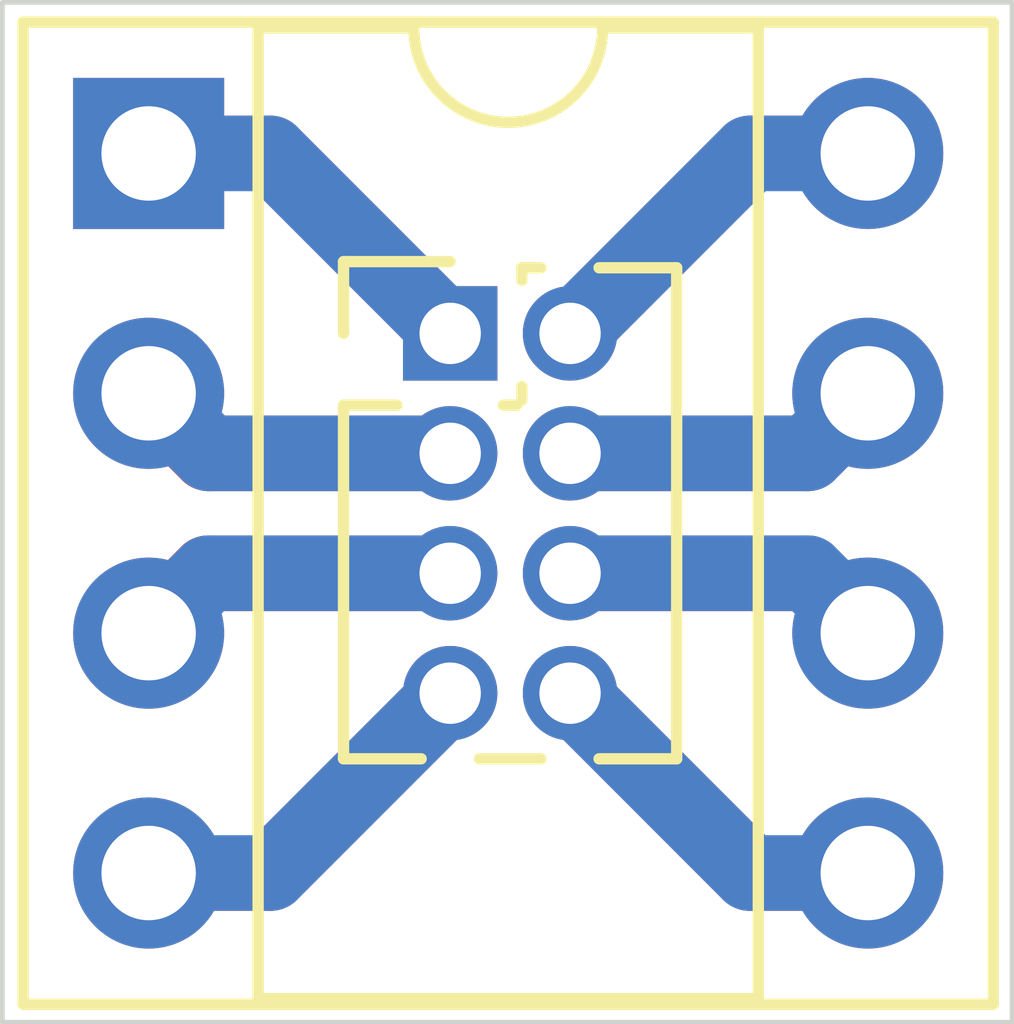
<source format=kicad_pcb>
(kicad_pcb (version 20211014) (generator pcbnew)
  (title_block (title "Adapter_Board") (date "2021-06-29") (rev "v1"))
  (layers (0 "F.Cu" signal) (31 "B.Cu" signal) (34 "B.Paste" user) (35 "F.Paste" user) (36 "B.SilkS" user "B.Silkscreen") (37 "F.SilkS" user "F.Silkscreen") (38 "B.Mask" user) (39 "F.Mask" user) (44 "Edge.Cuts" user))
  (net 0 "")
  (net 1 "Net-(J1-Pad1)")
  (net 2 "Net-(J1-Pad2)")
  (net 3 "Net-(J1-Pad3)")
  (net 4 "Net-(J1-Pad4)")
  (net 5 "Net-(J1-Pad5)")
  (net 6 "Net-(J1-Pad6)")
  (net 7 "Net-(J1-Pad7)")
  (net 8 "Net-(J1-Pad8)")
  (footprint "Custom_Package_Library:DIP-8_W7.62mm_Socket" (layer "F.Cu") (at 190.614501 145.876681)
    (fp_text reference "J2" hide)
    (fp_text value "SOIC-8" hide)
    (fp_line (start 8.95 9.01) (end 8.95 -1.39) (layer "F.SilkS") (width 0.12))
    (fp_line (start 8.95 -1.39) (end -1.33 -1.39) (layer "F.SilkS") (width 0.12))
    (fp_line (start -1.33 -1.39) (end -1.33 9.01) (layer "F.SilkS") (width 0.12))
    (fp_line (start -1.33 9.01) (end 8.95 9.01) (layer "F.SilkS") (width 0.12))
    (fp_line (start 1.16 -1.33) (end 1.16 8.95) (layer "F.SilkS") (width 0.12))
    (fp_line (start 1.16 8.95) (end 6.46 8.95) (layer "F.SilkS") (width 0.12))
    (fp_line (start 2.81 -1.33) (end 1.16 -1.33) (layer "F.SilkS") (width 0.12))
    (fp_line (start 6.46 8.95) (end 6.46 -1.33) (layer "F.SilkS") (width 0.12))
    (fp_line (start 6.46 -1.33) (end 4.81 -1.33) (layer "F.SilkS") (width 0.12))
    (fp_arc (start 4.81 -1.33) (mid 3.81 -0.33) (end 2.81 -1.33) (layer "F.SilkS") (width 0.12))
    (pad "1" thru_hole rect locked (at 0 0) (size 1.6 1.6) (drill 1) (layers *.Cu *.Mask) (net 1 "Net-(J1-Pad1)"))
    (pad "2" thru_hole oval locked (at 0 2.54) (size 1.6 1.6) (drill 1) (layers *.Cu *.Mask) (net 2 "Net-(J1-Pad2)"))
    (pad "3" thru_hole oval locked (at 0 5.08) (size 1.6 1.6) (drill 1) (layers *.Cu *.Mask) (net 3 "Net-(J1-Pad3)"))
    (pad "4" thru_hole oval locked (at 0 7.62) (size 1.6 1.6) (drill 1) (layers *.Cu *.Mask) (net 4 "Net-(J1-Pad4)"))
    (pad "5" thru_hole oval locked (at 7.62 7.62) (size 1.6 1.6) (drill 1) (layers *.Cu *.Mask) (net 5 "Net-(J1-Pad5)"))
    (pad "6" thru_hole oval locked (at 7.62 5.08) (size 1.6 1.6) (drill 1) (layers *.Cu *.Mask) (net 6 "Net-(J1-Pad6)"))
    (pad "7" thru_hole oval locked (at 7.62 2.54) (size 1.6 1.6) (drill 1) (layers *.Cu *.Mask) (net 7 "Net-(J1-Pad7)"))
    (pad "8" thru_hole oval locked (at 7.62 0) (size 1.6 1.6) (drill 1) (layers *.Cu *.Mask) (net 8 "Net-(J1-Pad8)"))
  )
  (footprint "Custom_Package_Library:PinHeader_2x04_P1.27mm_Vertical" (layer "F.Cu") (at 193.80962 147.78228)
    (fp_text reference "J1" hide)
    (fp_text value "Conn_02x04_Counter_Clockwise" hide)
    (fp_line (start -1.13 0.76) (end -0.563471 0.76) (layer "F.SilkS") (width 0.12))
    (fp_line (start 0.76 -0.563471) (end 0.76 -0.695) (layer "F.SilkS") (width 0.12))
    (fp_line (start 0.76 -0.695) (end 0.96247 -0.695) (layer "F.SilkS") (width 0.12))
    (fp_line (start -1.13 0.76) (end -1.13 4.505) (layer "F.SilkS") (width 0.12))
    (fp_line (start 0.30753 4.505) (end 0.96247 4.505) (layer "F.SilkS") (width 0.12))
    (fp_line (start -1.13 -0.76) (end 0 -0.76) (layer "F.SilkS") (width 0.12))
    (fp_line (start -1.13 0) (end -1.13 -0.76) (layer "F.SilkS") (width 0.12))
    (fp_line (start 0.76 0.706529) (end 0.76 0.563471) (layer "F.SilkS") (width 0.12))
    (fp_line (start 2.4 -0.695) (end 2.4 4.505) (layer "F.SilkS") (width 0.12))
    (fp_line (start 1.57753 4.505) (end 2.4 4.505) (layer "F.SilkS") (width 0.12))
    (fp_line (start 0.563471 0.76) (end 0.706529 0.76) (layer "F.SilkS") (width 0.12))
    (fp_line (start -1.13 4.505) (end -0.30753 4.505) (layer "F.SilkS") (width 0.12))
    (fp_line (start 1.57753 -0.695) (end 2.4 -0.695) (layer "F.SilkS") (width 0.12))
    (pad "1" thru_hole rect locked (at 0 0) (size 1 1) (drill 0.65) (layers *.Cu *.Mask) (net 1 "Net-(J1-Pad1)"))
    (pad "2" thru_hole oval locked (at 0 1.27) (size 1 1) (drill 0.65) (layers *.Cu *.Mask) (net 2 "Net-(J1-Pad2)"))
    (pad "3" thru_hole oval locked (at 0 2.54) (size 1 1) (drill 0.65) (layers *.Cu *.Mask) (net 3 "Net-(J1-Pad3)"))
    (pad "4" thru_hole oval locked (at 0 3.81) (size 1 1) (drill 0.65) (layers *.Cu *.Mask) (net 4 "Net-(J1-Pad4)"))
    (pad "5" thru_hole oval locked (at 1.27 3.81) (size 1 1) (drill 0.65) (layers *.Cu *.Mask) (net 5 "Net-(J1-Pad5)"))
    (pad "6" thru_hole oval locked (at 1.27 2.54) (size 1 1) (drill 0.65) (layers *.Cu *.Mask) (net 6 "Net-(J1-Pad6)"))
    (pad "7" thru_hole oval locked (at 1.27 1.27) (size 1 1) (drill 0.65) (layers *.Cu *.Mask) (net 7 "Net-(J1-Pad7)"))
    (pad "8" thru_hole oval locked (at 1.27 0) (size 1 1) (drill 0.65) (layers *.Cu *.Mask) (net 8 "Net-(J1-Pad8)"))
  )
  (gr_line (start 189.0649 155.07716) (end 189.0649 144.27708) (layer "Edge.Cuts") (width 0.05))
  (gr_line (start 199.76338 144.27708) (end 199.76338 155.07716) (layer "Edge.Cuts") (width 0.05))
  (gr_line (start 199.76338 155.07716) (end 189.0649 155.07716) (layer "Edge.Cuts") (width 0.05))
  (gr_line (start 189.0649 144.27708) (end 199.76338 144.27708) (layer "Edge.Cuts") (width 0.05))
  (segment (start 191.904021 145.876681) (end 193.80962 147.78228) (width 0.8) (layer "F.Cu") (net 1))
  (segment (start 190.614501 145.876681) (end 191.904021 145.876681) (width 0.8) (layer "F.Cu") (net 1))
  (segment (start 190.614501 145.876681) (end 191.904021 145.876681) (width 0.8) (layer "B.Cu") (net 1))
  (segment (start 191.904021 145.876681) (end 193.80962 147.78228) (width 0.8) (layer "B.Cu") (net 1))
  (segment (start 191.2501 149.05228) (end 193.80962 149.05228) (width 0.8) (layer "F.Cu") (net 2))
  (segment (start 190.614501 148.416681) (end 191.2501 149.05228) (width 0.8) (layer "F.Cu") (net 2))
  (segment (start 190.621321 148.416681) (end 191.25692 149.05228) (width 0.8) (layer "B.Cu") (net 2))
  (segment (start 191.25692 149.05228) (end 193.80962 149.05228) (width 0.8) (layer "B.Cu") (net 2))
  (segment (start 190.614501 148.416681) (end 190.621321 148.416681) (width 0.4) (layer "B.Cu") (net 2))
  (segment (start 190.614501 150.951999) (end 191.24422 150.32228) (width 0.8) (layer "F.Cu") (net 3))
  (segment (start 191.24422 150.32228) (end 193.80962 150.32228) (width 0.8) (layer "F.Cu") (net 3))
  (segment (start 190.614501 150.956681) (end 190.614501 150.934219) (width 0.25) (layer "F.Cu") (net 3))
  (segment (start 190.614501 150.956681) (end 190.614501 150.951999) (width 0.4) (layer "F.Cu") (net 3))
  (segment (start 190.614501 150.956681) (end 191.248902 150.32228) (width 0.8) (layer "B.Cu") (net 3))
  (segment (start 191.248902 150.32228) (end 193.80962 150.32228) (width 0.8) (layer "B.Cu") (net 3))
  (segment (start 191.905219 153.496681) (end 193.80962 151.59228) (width 0.8) (layer "F.Cu") (net 4))
  (segment (start 190.614501 153.496681) (end 191.905219 153.496681) (width 0.8) (layer "F.Cu") (net 4))
  (segment (start 190.614501 153.496681) (end 191.905219 153.496681) (width 0.8) (layer "B.Cu") (net 4))
  (segment (start 191.905219 153.496681) (end 193.80962 151.59228) (width 0.8) (layer "B.Cu") (net 4))
  (segment (start 196.984021 153.496681) (end 195.07962 151.59228) (width 0.8) (layer "F.Cu") (net 5))
  (segment (start 198.234501 153.496681) (end 196.984021 153.496681) (width 0.8) (layer "F.Cu") (net 5))
  (segment (start 196.984021 153.496681) (end 195.07962 151.59228) (width 0.8) (layer "B.Cu") (net 5))
  (segment (start 198.234501 153.496681) (end 196.984021 153.496681) (width 0.8) (layer "B.Cu") (net 5))
  (segment (start 198.233701 150.956681) (end 197.5993 150.32228) (width 0.8) (layer "F.Cu") (net 6))
  (segment (start 197.5993 150.32228) (end 195.07962 150.32228) (width 0.8) (layer "F.Cu") (net 6))
  (segment (start 198.234501 150.956681) (end 198.233701 150.956681) (width 0.4) (layer "F.Cu") (net 6))
  (segment (start 198.234501 150.956681) (end 198.234501 150.921921) (width 0.25) (layer "F.Cu") (net 6))
  (segment (start 197.6001 150.32228) (end 195.07962 150.32228) (width 0.8) (layer "B.Cu") (net 6))
  (segment (start 198.234501 150.956681) (end 197.6001 150.32228) (width 0.8) (layer "B.Cu") (net 6))
  (segment (start 198.234501 148.417079) (end 197.5993 149.05228) (width 0.8) (layer "F.Cu") (net 7))
  (segment (start 197.5993 149.05228) (end 195.07962 149.05228) (width 0.8) (layer "F.Cu") (net 7))
  (segment (start 198.234501 148.416681) (end 198.234501 148.437399) (width 0.25) (layer "F.Cu") (net 7))
  (segment (start 198.234501 148.416681) (end 198.234501 148.417079) (width 0.4) (layer "F.Cu") (net 7))
  (segment (start 198.234501 148.416681) (end 197.598902 149.05228) (width 0.8) (layer "B.Cu") (net 7))
  (segment (start 197.598902 149.05228) (end 195.07962 149.05228) (width 0.8) (layer "B.Cu") (net 7))
  (segment (start 196.985219 145.876681) (end 195.07962 147.78228) (width 0.8) (layer "F.Cu") (net 8))
  (segment (start 198.234501 145.876681) (end 196.985219 145.876681) (width 0.8) (layer "F.Cu") (net 8))
  (segment (start 196.985219 145.876681) (end 195.07962 147.78228) (width 0.8) (layer "B.Cu") (net 8))
  (segment (start 198.234501 145.876681) (end 196.985219 145.876681) (width 0.8) (layer "B.Cu") (net 8))
)
</source>
